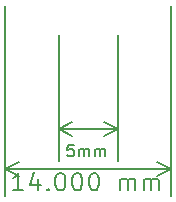
<source format=gbr>
G04 #@! TF.FileFunction,Other,Comment*
%FSLAX46Y46*%
G04 Gerber Fmt 4.6, Leading zero omitted, Abs format (unit mm)*
G04 Created by KiCad (PCBNEW (2016-04-14 BZR 6691, Git 829fa97)-product) date Fri 15 Apr 2016 10:51:36 AM CEST*
%MOMM*%
%LPD*%
G01*
G04 APERTURE LIST*
%ADD10C,0.150000*%
%ADD11C,0.200000*%
G04 APERTURE END LIST*
D10*
D11*
X69512678Y-77628571D02*
X68655535Y-77628571D01*
X69084106Y-77628571D02*
X69084106Y-76128571D01*
X68941249Y-76342857D01*
X68798392Y-76485714D01*
X68655535Y-76557142D01*
X70798392Y-76628571D02*
X70798392Y-77628571D01*
X70441249Y-76057142D02*
X70084106Y-77128571D01*
X71012678Y-77128571D01*
X71584106Y-77485714D02*
X71655535Y-77557142D01*
X71584106Y-77628571D01*
X71512678Y-77557142D01*
X71584106Y-77485714D01*
X71584106Y-77628571D01*
X72584106Y-76128571D02*
X72726963Y-76128571D01*
X72869821Y-76200000D01*
X72941249Y-76271428D01*
X73012678Y-76414285D01*
X73084106Y-76700000D01*
X73084106Y-77057142D01*
X73012678Y-77342857D01*
X72941249Y-77485714D01*
X72869821Y-77557142D01*
X72726963Y-77628571D01*
X72584106Y-77628571D01*
X72441249Y-77557142D01*
X72369821Y-77485714D01*
X72298392Y-77342857D01*
X72226963Y-77057142D01*
X72226963Y-76700000D01*
X72298392Y-76414285D01*
X72369821Y-76271428D01*
X72441249Y-76200000D01*
X72584106Y-76128571D01*
X74012678Y-76128571D02*
X74155535Y-76128571D01*
X74298392Y-76200000D01*
X74369821Y-76271428D01*
X74441249Y-76414285D01*
X74512678Y-76700000D01*
X74512678Y-77057142D01*
X74441249Y-77342857D01*
X74369821Y-77485714D01*
X74298392Y-77557142D01*
X74155535Y-77628571D01*
X74012678Y-77628571D01*
X73869821Y-77557142D01*
X73798392Y-77485714D01*
X73726963Y-77342857D01*
X73655535Y-77057142D01*
X73655535Y-76700000D01*
X73726963Y-76414285D01*
X73798392Y-76271428D01*
X73869821Y-76200000D01*
X74012678Y-76128571D01*
X75441249Y-76128571D02*
X75584106Y-76128571D01*
X75726963Y-76200000D01*
X75798392Y-76271428D01*
X75869821Y-76414285D01*
X75941249Y-76700000D01*
X75941249Y-77057142D01*
X75869821Y-77342857D01*
X75798392Y-77485714D01*
X75726963Y-77557142D01*
X75584106Y-77628571D01*
X75441249Y-77628571D01*
X75298392Y-77557142D01*
X75226963Y-77485714D01*
X75155535Y-77342857D01*
X75084106Y-77057142D01*
X75084106Y-76700000D01*
X75155535Y-76414285D01*
X75226963Y-76271428D01*
X75298392Y-76200000D01*
X75441249Y-76128571D01*
X77726963Y-77628571D02*
X77726963Y-76628571D01*
X77726963Y-76771428D02*
X77798392Y-76700000D01*
X77941249Y-76628571D01*
X78155535Y-76628571D01*
X78298392Y-76700000D01*
X78369821Y-76842857D01*
X78369821Y-77628571D01*
X78369821Y-76842857D02*
X78441249Y-76700000D01*
X78584106Y-76628571D01*
X78798392Y-76628571D01*
X78941249Y-76700000D01*
X79012678Y-76842857D01*
X79012678Y-77628571D01*
X79726963Y-77628571D02*
X79726963Y-76628571D01*
X79726963Y-76771428D02*
X79798392Y-76700000D01*
X79941249Y-76628571D01*
X80155535Y-76628571D01*
X80298392Y-76700000D01*
X80369821Y-76842857D01*
X80369821Y-77628571D01*
X80369821Y-76842857D02*
X80441249Y-76700000D01*
X80584106Y-76628571D01*
X80798392Y-76628571D01*
X80941249Y-76700000D01*
X81012678Y-76842857D01*
X81012678Y-77628571D01*
X67999643Y-75800000D02*
X82000000Y-75800000D01*
X67999643Y-62000000D02*
X67999643Y-78100000D01*
X82000000Y-62000000D02*
X82000000Y-78100000D01*
X82000000Y-75800000D02*
X80873496Y-76386421D01*
X82000000Y-75800000D02*
X80873496Y-75213579D01*
X67999643Y-75800000D02*
X69126147Y-76386421D01*
X67999643Y-75800000D02*
X69126147Y-75213579D01*
X73774761Y-73752380D02*
X73298571Y-73752380D01*
X73250952Y-74228571D01*
X73298571Y-74180952D01*
X73393809Y-74133333D01*
X73631904Y-74133333D01*
X73727142Y-74180952D01*
X73774761Y-74228571D01*
X73822380Y-74323809D01*
X73822380Y-74561904D01*
X73774761Y-74657142D01*
X73727142Y-74704761D01*
X73631904Y-74752380D01*
X73393809Y-74752380D01*
X73298571Y-74704761D01*
X73250952Y-74657142D01*
X74250952Y-74752380D02*
X74250952Y-74085714D01*
X74250952Y-74180952D02*
X74298571Y-74133333D01*
X74393809Y-74085714D01*
X74536666Y-74085714D01*
X74631904Y-74133333D01*
X74679523Y-74228571D01*
X74679523Y-74752380D01*
X74679523Y-74228571D02*
X74727142Y-74133333D01*
X74822380Y-74085714D01*
X74965238Y-74085714D01*
X75060476Y-74133333D01*
X75108095Y-74228571D01*
X75108095Y-74752380D01*
X75584285Y-74752380D02*
X75584285Y-74085714D01*
X75584285Y-74180952D02*
X75631904Y-74133333D01*
X75727142Y-74085714D01*
X75870000Y-74085714D01*
X75965238Y-74133333D01*
X76012857Y-74228571D01*
X76012857Y-74752380D01*
X76012857Y-74228571D02*
X76060476Y-74133333D01*
X76155714Y-74085714D01*
X76298571Y-74085714D01*
X76393809Y-74133333D01*
X76441428Y-74228571D01*
X76441428Y-74752380D01*
X72500000Y-72400000D02*
X77500000Y-72400000D01*
X72500000Y-64500000D02*
X72500000Y-75100000D01*
X77500000Y-64500000D02*
X77500000Y-75100000D01*
X77500000Y-72400000D02*
X76373496Y-72986421D01*
X77500000Y-72400000D02*
X76373496Y-71813579D01*
X72500000Y-72400000D02*
X73626504Y-72986421D01*
X72500000Y-72400000D02*
X73626504Y-71813579D01*
M02*

</source>
